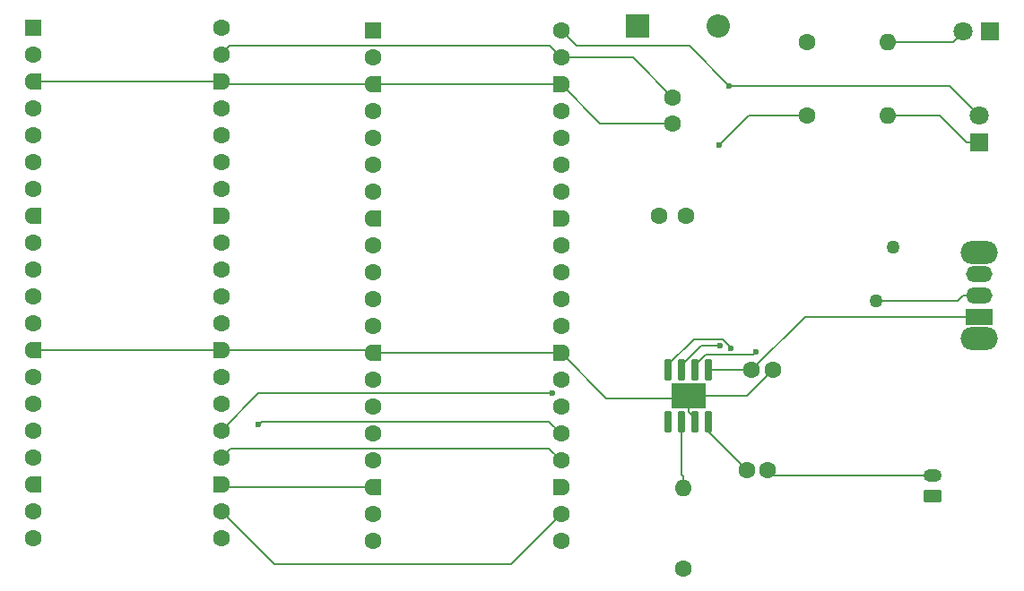
<source format=gbr>
%TF.GenerationSoftware,KiCad,Pcbnew,9.0.1*%
%TF.CreationDate,2025-08-22T15:06:57-04:00*%
%TF.ProjectId,Design_V1.0,44657369-676e-45f5-9631-2e302e6b6963,rev?*%
%TF.SameCoordinates,Original*%
%TF.FileFunction,Copper,L1,Top*%
%TF.FilePolarity,Positive*%
%FSLAX46Y46*%
G04 Gerber Fmt 4.6, Leading zero omitted, Abs format (unit mm)*
G04 Created by KiCad (PCBNEW 9.0.1) date 2025-08-22 15:06:57*
%MOMM*%
%LPD*%
G01*
G04 APERTURE LIST*
G04 Aperture macros list*
%AMRoundRect*
0 Rectangle with rounded corners*
0 $1 Rounding radius*
0 $2 $3 $4 $5 $6 $7 $8 $9 X,Y pos of 4 corners*
0 Add a 4 corners polygon primitive as box body*
4,1,4,$2,$3,$4,$5,$6,$7,$8,$9,$2,$3,0*
0 Add four circle primitives for the rounded corners*
1,1,$1+$1,$2,$3*
1,1,$1+$1,$4,$5*
1,1,$1+$1,$6,$7*
1,1,$1+$1,$8,$9*
0 Add four rect primitives between the rounded corners*
20,1,$1+$1,$2,$3,$4,$5,0*
20,1,$1+$1,$4,$5,$6,$7,0*
20,1,$1+$1,$6,$7,$8,$9,0*
20,1,$1+$1,$8,$9,$2,$3,0*%
%AMFreePoly0*
4,1,37,0.603843,0.796157,0.639018,0.796157,0.711114,0.766294,0.766294,0.711114,0.796157,0.639018,0.796157,0.603843,0.800000,0.600000,0.800000,-0.600000,0.796157,-0.603843,0.796157,-0.639018,0.766294,-0.711114,0.711114,-0.766294,0.639018,-0.796157,0.603843,-0.796157,0.600000,-0.800000,0.000000,-0.800000,0.000000,-0.796148,-0.078414,-0.796148,-0.232228,-0.765552,-0.377117,-0.705537,
-0.507515,-0.618408,-0.618408,-0.507515,-0.705537,-0.377117,-0.765552,-0.232228,-0.796148,-0.078414,-0.796148,0.078414,-0.765552,0.232228,-0.705537,0.377117,-0.618408,0.507515,-0.507515,0.618408,-0.377117,0.705537,-0.232228,0.765552,-0.078414,0.796148,0.000000,0.796148,0.000000,0.800000,0.600000,0.800000,0.603843,0.796157,0.603843,0.796157,$1*%
%AMFreePoly1*
4,1,37,0.000000,0.796148,0.078414,0.796148,0.232228,0.765552,0.377117,0.705537,0.507515,0.618408,0.618408,0.507515,0.705537,0.377117,0.765552,0.232228,0.796148,0.078414,0.796148,-0.078414,0.765552,-0.232228,0.705537,-0.377117,0.618408,-0.507515,0.507515,-0.618408,0.377117,-0.705537,0.232228,-0.765552,0.078414,-0.796148,0.000000,-0.796148,0.000000,-0.800000,-0.600000,-0.800000,
-0.603843,-0.796157,-0.639018,-0.796157,-0.711114,-0.766294,-0.766294,-0.711114,-0.796157,-0.639018,-0.796157,-0.603843,-0.800000,-0.600000,-0.800000,0.600000,-0.796157,0.603843,-0.796157,0.639018,-0.766294,0.711114,-0.711114,0.766294,-0.639018,0.796157,-0.603843,0.796157,-0.600000,0.800000,0.000000,0.800000,0.000000,0.796148,0.000000,0.796148,$1*%
G04 Aperture macros list end*
%TA.AperFunction,ComponentPad*%
%ADD10C,1.270000*%
%TD*%
%TA.AperFunction,ComponentPad*%
%ADD11RoundRect,0.250000X0.625000X-0.350000X0.625000X0.350000X-0.625000X0.350000X-0.625000X-0.350000X0*%
%TD*%
%TA.AperFunction,ComponentPad*%
%ADD12O,1.750000X1.200000*%
%TD*%
%TA.AperFunction,ComponentPad*%
%ADD13O,3.500000X2.200000*%
%TD*%
%TA.AperFunction,ComponentPad*%
%ADD14R,2.500000X1.500000*%
%TD*%
%TA.AperFunction,ComponentPad*%
%ADD15O,2.500000X1.500000*%
%TD*%
%TA.AperFunction,ComponentPad*%
%ADD16C,1.600000*%
%TD*%
%TA.AperFunction,ComponentPad*%
%ADD17RoundRect,0.200000X-0.600000X-0.600000X0.600000X-0.600000X0.600000X0.600000X-0.600000X0.600000X0*%
%TD*%
%TA.AperFunction,ComponentPad*%
%ADD18FreePoly0,0.000000*%
%TD*%
%TA.AperFunction,ComponentPad*%
%ADD19FreePoly1,0.000000*%
%TD*%
%TA.AperFunction,ComponentPad*%
%ADD20R,1.800000X1.800000*%
%TD*%
%TA.AperFunction,ComponentPad*%
%ADD21C,1.800000*%
%TD*%
%TA.AperFunction,SMDPad,CuDef*%
%ADD22RoundRect,0.075000X0.225000X-0.910000X0.225000X0.910000X-0.225000X0.910000X-0.225000X-0.910000X0*%
%TD*%
%TA.AperFunction,SMDPad,CuDef*%
%ADD23R,3.302000X2.413000*%
%TD*%
%TA.AperFunction,ComponentPad*%
%ADD24O,1.600000X1.600000*%
%TD*%
%TA.AperFunction,ComponentPad*%
%ADD25R,2.200000X2.200000*%
%TD*%
%TA.AperFunction,ComponentPad*%
%ADD26O,2.200000X2.200000*%
%TD*%
%TA.AperFunction,ViaPad*%
%ADD27C,0.600000*%
%TD*%
%TA.AperFunction,Conductor*%
%ADD28C,0.200000*%
%TD*%
G04 APERTURE END LIST*
D10*
%TO.P,F1,1*%
%TO.N,Net-(D1-A)*%
X126300000Y-56450000D03*
%TO.P,F1,2*%
%TO.N,Net-(SW1-B)*%
X124700000Y-61550000D03*
%TD*%
D11*
%TO.P,J1,1,Pin_1*%
%TO.N,VBAT(+)*%
X130050000Y-80000000D03*
D12*
%TO.P,J1,2,Pin_2*%
%TO.N,GND*%
X130050000Y-78000000D03*
%TD*%
D13*
%TO.P,SW1,*%
%TO.N,*%
X134500000Y-65100000D03*
X134500000Y-56900000D03*
D14*
%TO.P,SW1,1,A*%
%TO.N,VBAT(+)*%
X134500000Y-63000000D03*
D15*
%TO.P,SW1,2,B*%
%TO.N,Net-(SW1-B)*%
X134500000Y-61000000D03*
%TO.P,SW1,3*%
%TO.N,N/C*%
X134500000Y-59000000D03*
%TD*%
D16*
%TO.P,C3,1*%
%TO.N,GND*%
X114500000Y-77500000D03*
%TO.P,C3,2*%
%TO.N,VBUS*%
X112500000Y-77500000D03*
%TD*%
%TO.P,C4,1*%
%TO.N,GND*%
X115000000Y-68000000D03*
%TO.P,C4,2*%
%TO.N,VBAT(+)*%
X113000000Y-68000000D03*
%TD*%
D17*
%TO.P,A1,1,GPIO0*%
%TO.N,unconnected-(A1-GPIO0-Pad1)*%
X77220000Y-35980000D03*
D16*
%TO.P,A1,2,GPIO1*%
%TO.N,unconnected-(A1-GPIO1-Pad2)*%
X77220000Y-38520000D03*
D18*
%TO.P,A1,3,GND*%
%TO.N,GND*%
X77220000Y-41060000D03*
D16*
%TO.P,A1,4,GPIO2*%
%TO.N,unconnected-(A1-GPIO2-Pad4)*%
X77220000Y-43600000D03*
%TO.P,A1,5,GPIO3*%
%TO.N,unconnected-(A1-GPIO3-Pad5)*%
X77220000Y-46140000D03*
%TO.P,A1,6,GPIO4*%
%TO.N,unconnected-(A1-GPIO4-Pad6)*%
X77220000Y-48680000D03*
%TO.P,A1,7,GPIO5*%
%TO.N,unconnected-(A1-GPIO5-Pad7)*%
X77220000Y-51220000D03*
D18*
%TO.P,A1,8,GND*%
%TO.N,GND*%
X77220000Y-53760000D03*
D16*
%TO.P,A1,9,GPIO6*%
%TO.N,unconnected-(A1-GPIO6-Pad9)*%
X77220000Y-56300000D03*
%TO.P,A1,10,GPIO7*%
%TO.N,unconnected-(A1-GPIO7-Pad10)*%
X77220000Y-58840000D03*
%TO.P,A1,11,GPIO8*%
%TO.N,unconnected-(A1-GPIO8-Pad11)*%
X77220000Y-61380000D03*
%TO.P,A1,12,GPIO9*%
%TO.N,unconnected-(A1-GPIO9-Pad12)*%
X77220000Y-63920000D03*
D18*
%TO.P,A1,13,GND*%
%TO.N,GND*%
X77220000Y-66460000D03*
D16*
%TO.P,A1,14,GPIO10*%
%TO.N,unconnected-(A1-GPIO10-Pad14)*%
X77220000Y-69000000D03*
%TO.P,A1,15,GPIO11*%
%TO.N,unconnected-(A1-GPIO11-Pad15)*%
X77220000Y-71540000D03*
%TO.P,A1,16,GPIO12*%
%TO.N,unconnected-(A1-GPIO12-Pad16)*%
X77220000Y-74080000D03*
%TO.P,A1,17,GPIO13*%
%TO.N,unconnected-(A1-GPIO13-Pad17)*%
X77220000Y-76620000D03*
D18*
%TO.P,A1,18,GND*%
%TO.N,GND*%
X77220000Y-79160000D03*
D16*
%TO.P,A1,19,GPIO14*%
%TO.N,unconnected-(A1-GPIO14-Pad19)*%
X77220000Y-81700000D03*
%TO.P,A1,20,GPIO15*%
%TO.N,unconnected-(A1-GPIO15-Pad20)*%
X77220000Y-84240000D03*
%TO.P,A1,21,GPIO16*%
%TO.N,RX-TX*%
X95000000Y-84240000D03*
%TO.P,A1,22,GPIO17*%
%TO.N,CS*%
X95000000Y-81700000D03*
D19*
%TO.P,A1,23,GND*%
%TO.N,GND*%
X95000000Y-79160000D03*
D16*
%TO.P,A1,24,GPIO18*%
%TO.N,SCK*%
X95000000Y-76620000D03*
%TO.P,A1,25,GPIO19*%
%TO.N,TX-RX*%
X95000000Y-74080000D03*
%TO.P,A1,26,GPIO20*%
%TO.N,unconnected-(A1-GPIO20-Pad26)*%
X95000000Y-71540000D03*
%TO.P,A1,27,GPIO21*%
%TO.N,unconnected-(A1-GPIO21-Pad27)*%
X95000000Y-69000000D03*
D19*
%TO.P,A1,28,GND*%
%TO.N,GND*%
X95000000Y-66460000D03*
D16*
%TO.P,A1,29,GPIO22*%
%TO.N,unconnected-(A1-GPIO22-Pad29)*%
X95000000Y-63920000D03*
%TO.P,A1,30,RUN*%
%TO.N,unconnected-(A1-RUN-Pad30)*%
X95000000Y-61380000D03*
%TO.P,A1,31,GPIO26_ADC0*%
%TO.N,unconnected-(A1-GPIO26_ADC0-Pad31)*%
X95000000Y-58840000D03*
%TO.P,A1,32,GPIO27_ADC1*%
%TO.N,unconnected-(A1-GPIO27_ADC1-Pad32)*%
X95000000Y-56300000D03*
D19*
%TO.P,A1,33,AGND*%
%TO.N,unconnected-(A1-AGND-Pad33)*%
X95000000Y-53760000D03*
D16*
%TO.P,A1,34,GPIO28_ADC2*%
%TO.N,unconnected-(A1-GPIO28_ADC2-Pad34)*%
X95000000Y-51220000D03*
%TO.P,A1,35,ADC_VREF*%
%TO.N,unconnected-(A1-ADC_VREF-Pad35)*%
X95000000Y-48680000D03*
%TO.P,A1,36,3V3*%
%TO.N,unconnected-(A1-3V3-Pad36)*%
X95000000Y-46140000D03*
%TO.P,A1,37,3V3_EN*%
%TO.N,unconnected-(A1-3V3_EN-Pad37)*%
X95000000Y-43600000D03*
D19*
%TO.P,A1,38,GND*%
%TO.N,GND*%
X95000000Y-41060000D03*
D16*
%TO.P,A1,39,VSYS*%
%TO.N,VSYS*%
X95000000Y-38520000D03*
%TO.P,A1,40,VBUS*%
%TO.N,VBUS*%
X95000000Y-35980000D03*
%TD*%
D20*
%TO.P,D2,1,K*%
%TO.N,GND*%
X135500000Y-36040000D03*
D21*
%TO.P,D2,2,A*%
%TO.N,Net-(D2-A)*%
X132960000Y-36040000D03*
%TD*%
D22*
%TO.P,U1,1,TEMP*%
%TO.N,unconnected-(U1-TEMP-Pad1)*%
X105095000Y-72975000D03*
%TO.P,U1,2,PROG*%
%TO.N,Net-(U1-PROG)*%
X106365000Y-72975000D03*
%TO.P,U1,3,GND*%
%TO.N,GND*%
X107635000Y-72975000D03*
%TO.P,U1,4,VCC*%
%TO.N,VBUS*%
X108905000Y-72975000D03*
%TO.P,U1,5,BAT*%
%TO.N,VBAT(+)*%
X108905000Y-68025000D03*
%TO.P,U1,6,~{STDBY}*%
%TO.N,STDBY*%
X107635000Y-68025000D03*
%TO.P,U1,7,~{CHRG}*%
%TO.N,CHRG*%
X106365000Y-68025000D03*
%TO.P,U1,8,CE*%
%TO.N,VBUS*%
X105095000Y-68025000D03*
D23*
%TO.P,U1,9,EP*%
%TO.N,GND*%
X107000000Y-70500000D03*
%TD*%
D16*
%TO.P,R1,1*%
%TO.N,GND*%
X106500000Y-86810000D03*
D24*
%TO.P,R1,2*%
%TO.N,Net-(U1-PROG)*%
X106500000Y-79190000D03*
%TD*%
D17*
%TO.P,A2,1,GPIO0*%
%TO.N,unconnected-(A2-GPIO0-Pad1)*%
X45110000Y-35682500D03*
D16*
%TO.P,A2,2,GPIO1*%
%TO.N,unconnected-(A2-GPIO1-Pad2)*%
X45110000Y-38222500D03*
D18*
%TO.P,A2,3,GND*%
%TO.N,GND*%
X45110000Y-40762500D03*
D16*
%TO.P,A2,4,GPIO2*%
%TO.N,unconnected-(A2-GPIO2-Pad4)*%
X45110000Y-43302500D03*
%TO.P,A2,5,GPIO3*%
%TO.N,unconnected-(A2-GPIO3-Pad5)*%
X45110000Y-45842500D03*
%TO.P,A2,6,GPIO4*%
%TO.N,unconnected-(A2-GPIO4-Pad6)*%
X45110000Y-48382500D03*
%TO.P,A2,7,GPIO5*%
%TO.N,unconnected-(A2-GPIO5-Pad7)*%
X45110000Y-50922500D03*
D18*
%TO.P,A2,8,GND*%
%TO.N,GND*%
X45110000Y-53462500D03*
D16*
%TO.P,A2,9,GPIO6*%
%TO.N,unconnected-(A2-GPIO6-Pad9)*%
X45110000Y-56002500D03*
%TO.P,A2,10,GPIO7*%
%TO.N,unconnected-(A2-GPIO7-Pad10)*%
X45110000Y-58542500D03*
%TO.P,A2,11,GPIO8*%
%TO.N,unconnected-(A2-GPIO8-Pad11)*%
X45110000Y-61082500D03*
%TO.P,A2,12,GPIO9*%
%TO.N,unconnected-(A2-GPIO9-Pad12)*%
X45110000Y-63622500D03*
D18*
%TO.P,A2,13,GND*%
%TO.N,GND*%
X45110000Y-66162500D03*
D16*
%TO.P,A2,14,GPIO10*%
%TO.N,unconnected-(A2-GPIO10-Pad14)*%
X45110000Y-68702500D03*
%TO.P,A2,15,GPIO11*%
%TO.N,unconnected-(A2-GPIO11-Pad15)*%
X45110000Y-71242500D03*
%TO.P,A2,16,GPIO12*%
%TO.N,unconnected-(A2-GPIO12-Pad16)*%
X45110000Y-73782500D03*
%TO.P,A2,17,GPIO13*%
%TO.N,unconnected-(A2-GPIO13-Pad17)*%
X45110000Y-76322500D03*
D18*
%TO.P,A2,18,GND*%
%TO.N,GND*%
X45110000Y-78862500D03*
D16*
%TO.P,A2,19,GPIO14*%
%TO.N,unconnected-(A2-GPIO14-Pad19)*%
X45110000Y-81402500D03*
%TO.P,A2,20,GPIO15*%
%TO.N,unconnected-(A2-GPIO15-Pad20)*%
X45110000Y-83942500D03*
%TO.P,A2,21,GPIO16*%
%TO.N,TX-RX*%
X62890000Y-83942500D03*
%TO.P,A2,22,GPIO17*%
%TO.N,CS*%
X62890000Y-81402500D03*
D19*
%TO.P,A2,23,GND*%
%TO.N,GND*%
X62890000Y-78862500D03*
D16*
%TO.P,A2,24,GPIO18*%
%TO.N,SCK*%
X62890000Y-76322500D03*
%TO.P,A2,25,GPIO19*%
%TO.N,RX-TX*%
X62890000Y-73782500D03*
%TO.P,A2,26,GPIO20*%
%TO.N,unconnected-(A2-GPIO20-Pad26)*%
X62890000Y-71242500D03*
%TO.P,A2,27,GPIO21*%
%TO.N,unconnected-(A2-GPIO21-Pad27)*%
X62890000Y-68702500D03*
D19*
%TO.P,A2,28,GND*%
%TO.N,GND*%
X62890000Y-66162500D03*
D16*
%TO.P,A2,29,GPIO22*%
%TO.N,unconnected-(A2-GPIO22-Pad29)*%
X62890000Y-63622500D03*
%TO.P,A2,30,RUN*%
%TO.N,unconnected-(A2-RUN-Pad30)*%
X62890000Y-61082500D03*
%TO.P,A2,31,GPIO26_ADC0*%
%TO.N,unconnected-(A2-GPIO26_ADC0-Pad31)*%
X62890000Y-58542500D03*
%TO.P,A2,32,GPIO27_ADC1*%
%TO.N,unconnected-(A2-GPIO27_ADC1-Pad32)*%
X62890000Y-56002500D03*
D19*
%TO.P,A2,33,AGND*%
%TO.N,unconnected-(A2-AGND-Pad33)*%
X62890000Y-53462500D03*
D16*
%TO.P,A2,34,GPIO28_ADC2*%
%TO.N,unconnected-(A2-GPIO28_ADC2-Pad34)*%
X62890000Y-50922500D03*
%TO.P,A2,35,ADC_VREF*%
%TO.N,unconnected-(A2-ADC_VREF-Pad35)*%
X62890000Y-48382500D03*
%TO.P,A2,36,3V3*%
%TO.N,unconnected-(A2-3V3-Pad36)*%
X62890000Y-45842500D03*
%TO.P,A2,37,3V3_EN*%
%TO.N,unconnected-(A2-3V3_EN-Pad37)*%
X62890000Y-43302500D03*
D19*
%TO.P,A2,38,GND*%
%TO.N,GND*%
X62890000Y-40762500D03*
D16*
%TO.P,A2,39,VSYS*%
%TO.N,VSYS*%
X62890000Y-38222500D03*
%TO.P,A2,40,VBUS*%
%TO.N,unconnected-(A2-VBUS-Pad40)*%
X62890000Y-35682500D03*
%TD*%
%TO.P,C2,1*%
%TO.N,VSYS*%
X104250000Y-53500000D03*
%TO.P,C2,2*%
%TO.N,GND*%
X106750000Y-53500000D03*
%TD*%
%TO.P,R2,1*%
%TO.N,STDBY*%
X118190000Y-37000000D03*
D24*
%TO.P,R2,2*%
%TO.N,Net-(D2-A)*%
X125810000Y-37000000D03*
%TD*%
D16*
%TO.P,C1,1*%
%TO.N,VSYS*%
X105500000Y-42250000D03*
%TO.P,C1,2*%
%TO.N,GND*%
X105500000Y-44750000D03*
%TD*%
D20*
%TO.P,D3,1,K*%
%TO.N,Net-(D3-K)*%
X134500000Y-46540000D03*
D21*
%TO.P,D3,2,A*%
%TO.N,VBUS*%
X134500000Y-44000000D03*
%TD*%
D16*
%TO.P,R3,1*%
%TO.N,CHRG*%
X118190000Y-44000000D03*
D24*
%TO.P,R3,2*%
%TO.N,Net-(D3-K)*%
X125810000Y-44000000D03*
%TD*%
D25*
%TO.P,D1,1,K*%
%TO.N,VSYS*%
X102190000Y-35500000D03*
D26*
%TO.P,D1,2,A*%
%TO.N,Net-(D1-A)*%
X109810000Y-35500000D03*
%TD*%
D27*
%TO.N,STDBY*%
X113355600Y-66372500D03*
%TO.N,CHRG*%
X109930900Y-46792500D03*
X109997600Y-65739800D03*
%TO.N,VBUS*%
X111033000Y-65975100D03*
X110831300Y-41149800D03*
%TO.N,RX-TX*%
X94162600Y-70270000D03*
%TO.N,TX-RX*%
X66397500Y-73207500D03*
%TD*%
D28*
%TO.N,VBAT(+)*%
X108905000Y-68025000D02*
X108930000Y-68000000D01*
X113000000Y-68000000D02*
X118000000Y-63000000D01*
X118000000Y-63000000D02*
X134500000Y-63000000D01*
X108930000Y-68000000D02*
X113000000Y-68000000D01*
%TO.N,VSYS*%
X62890000Y-38222500D02*
X63715500Y-37397000D01*
X95000000Y-38520000D02*
X101770000Y-38520000D01*
X93877000Y-37397000D02*
X95000000Y-38520000D01*
X63715500Y-37397000D02*
X93877000Y-37397000D01*
X101770000Y-38520000D02*
X105500000Y-42250000D01*
%TO.N,Net-(D2-A)*%
X125810000Y-37000000D02*
X132000000Y-37000000D01*
X132000000Y-37000000D02*
X132960000Y-36040000D01*
%TO.N,GND*%
X115000000Y-78000000D02*
X114500000Y-77500000D01*
X98690000Y-44750000D02*
X95000000Y-41060000D01*
X107000000Y-70500000D02*
X112500000Y-70500000D01*
X76922500Y-66162500D02*
X77220000Y-66460000D01*
X106972800Y-70701300D02*
X99241300Y-70701300D01*
X45110000Y-66162500D02*
X62890000Y-66162500D01*
X107000000Y-70500000D02*
X107000000Y-70728600D01*
X62890000Y-66162500D02*
X76922500Y-66162500D01*
X77220000Y-41060000D02*
X63187500Y-41060000D01*
X99241300Y-70701300D02*
X95000000Y-66460000D01*
X105500000Y-44750000D02*
X98690000Y-44750000D01*
X63187500Y-79160000D02*
X62890000Y-78862500D01*
X107000000Y-70728600D02*
X106972800Y-70701400D01*
X95000000Y-66460000D02*
X77220000Y-66460000D01*
X112500000Y-70500000D02*
X115000000Y-68000000D01*
X130050000Y-78000000D02*
X115000000Y-78000000D01*
X45110000Y-40762500D02*
X62890000Y-40762500D01*
X107000000Y-70728600D02*
X107000000Y-72008200D01*
X77220000Y-79160000D02*
X63187500Y-79160000D01*
X107000000Y-72008200D02*
X107635000Y-72643200D01*
X63187500Y-41060000D02*
X62890000Y-40762500D01*
X107635000Y-72643200D02*
X107635000Y-72975000D01*
X106972800Y-70701400D02*
X106972800Y-70701300D01*
X95000000Y-41060000D02*
X77220000Y-41060000D01*
%TO.N,Net-(D3-K)*%
X134500000Y-46540000D02*
X133298300Y-46540000D01*
X130758300Y-44000000D02*
X133298300Y-46540000D01*
X125810000Y-44000000D02*
X130758300Y-44000000D01*
%TO.N,Net-(U1-PROG)*%
X106500000Y-79190000D02*
X106500000Y-78088300D01*
X106500000Y-78088300D02*
X106365000Y-77953300D01*
X106365000Y-77953300D02*
X106365000Y-72975000D01*
%TO.N,STDBY*%
X107635000Y-68025000D02*
X107635000Y-67571300D01*
X108629500Y-66576800D02*
X113151300Y-66576800D01*
X113151300Y-66576800D02*
X113355600Y-66372500D01*
X107635000Y-67571300D02*
X108629500Y-66576800D01*
%TO.N,CHRG*%
X112723400Y-44000000D02*
X109930900Y-46792500D01*
X118190000Y-44000000D02*
X112723400Y-44000000D01*
X108211300Y-65739800D02*
X109997600Y-65739800D01*
X106365000Y-67586100D02*
X108211300Y-65739800D01*
X106365000Y-68025000D02*
X106365000Y-67586100D01*
%TO.N,VBUS*%
X105095000Y-67544700D02*
X107501700Y-65138000D01*
X105095000Y-68025000D02*
X105095000Y-67544700D01*
X108905000Y-73905000D02*
X108905000Y-72975000D01*
X134500000Y-44000000D02*
X131649800Y-41149800D01*
X131649800Y-41149800D02*
X110831300Y-41149800D01*
X110283600Y-65138000D02*
X111033000Y-65887400D01*
X96439800Y-37419800D02*
X95000000Y-35980000D01*
X107101300Y-37419800D02*
X96439800Y-37419800D01*
X112500000Y-77500000D02*
X108905000Y-73905000D01*
X107501700Y-65138000D02*
X110283600Y-65138000D01*
X111033000Y-65887400D02*
X111033000Y-65975100D01*
X110831300Y-41149800D02*
X107101300Y-37419800D01*
%TO.N,SCK*%
X95000000Y-76620000D02*
X93851600Y-75471600D01*
X93851600Y-75471600D02*
X63740900Y-75471600D01*
X63740900Y-75471600D02*
X62890000Y-76322500D01*
%TO.N,CS*%
X95000000Y-81700000D02*
X90287200Y-86412800D01*
X90287200Y-86412800D02*
X67900300Y-86412800D01*
X67900300Y-86412800D02*
X62890000Y-81402500D01*
%TO.N,RX-TX*%
X94162600Y-70270000D02*
X66402500Y-70270000D01*
X66402500Y-70270000D02*
X62890000Y-73782500D01*
%TO.N,TX-RX*%
X66397500Y-73207500D02*
X66695600Y-72909400D01*
X93829400Y-72909400D02*
X95000000Y-74080000D01*
X66695600Y-72909400D02*
X93829400Y-72909400D01*
%TO.N,Net-(SW1-B)*%
X134500000Y-61000000D02*
X132948300Y-61000000D01*
X132398300Y-61550000D02*
X132948300Y-61000000D01*
X124700000Y-61550000D02*
X132398300Y-61550000D01*
%TD*%
M02*

</source>
